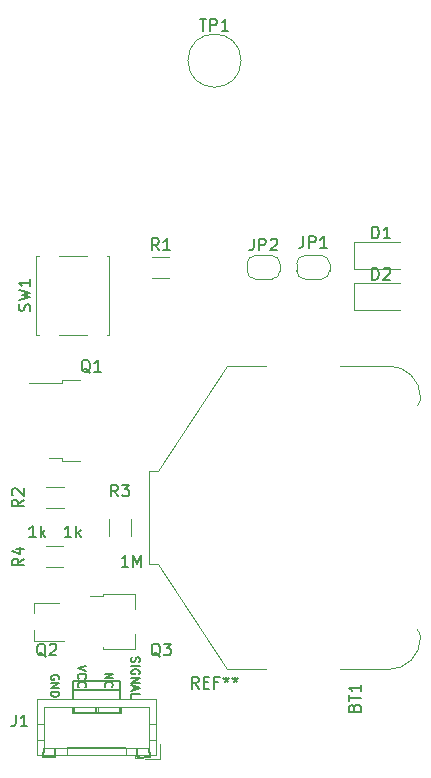
<source format=gbr>
G04 #@! TF.GenerationSoftware,KiCad,Pcbnew,7.0.0-da2b9df05c~163~ubuntu22.04.1*
G04 #@! TF.CreationDate,2023-02-22T18:49:52+09:00*
G04 #@! TF.ProjectId,staticdetector,73746174-6963-4646-9574-6563746f722e,rev?*
G04 #@! TF.SameCoordinates,Original*
G04 #@! TF.FileFunction,Legend,Top*
G04 #@! TF.FilePolarity,Positive*
%FSLAX46Y46*%
G04 Gerber Fmt 4.6, Leading zero omitted, Abs format (unit mm)*
G04 Created by KiCad (PCBNEW 7.0.0-da2b9df05c~163~ubuntu22.04.1) date 2023-02-22 18:49:52*
%MOMM*%
%LPD*%
G01*
G04 APERTURE LIST*
%ADD10C,0.150000*%
%ADD11C,0.120000*%
G04 APERTURE END LIST*
D10*
X122989666Y-110533333D02*
X122956333Y-110633333D01*
X122956333Y-110633333D02*
X122956333Y-110800000D01*
X122956333Y-110800000D02*
X122989666Y-110866666D01*
X122989666Y-110866666D02*
X123023000Y-110900000D01*
X123023000Y-110900000D02*
X123089666Y-110933333D01*
X123089666Y-110933333D02*
X123156333Y-110933333D01*
X123156333Y-110933333D02*
X123223000Y-110900000D01*
X123223000Y-110900000D02*
X123256333Y-110866666D01*
X123256333Y-110866666D02*
X123289666Y-110800000D01*
X123289666Y-110800000D02*
X123323000Y-110666666D01*
X123323000Y-110666666D02*
X123356333Y-110600000D01*
X123356333Y-110600000D02*
X123389666Y-110566666D01*
X123389666Y-110566666D02*
X123456333Y-110533333D01*
X123456333Y-110533333D02*
X123523000Y-110533333D01*
X123523000Y-110533333D02*
X123589666Y-110566666D01*
X123589666Y-110566666D02*
X123623000Y-110600000D01*
X123623000Y-110600000D02*
X123656333Y-110666666D01*
X123656333Y-110666666D02*
X123656333Y-110833333D01*
X123656333Y-110833333D02*
X123623000Y-110933333D01*
X122956333Y-111233333D02*
X123656333Y-111233333D01*
X123623000Y-111933333D02*
X123656333Y-111866666D01*
X123656333Y-111866666D02*
X123656333Y-111766666D01*
X123656333Y-111766666D02*
X123623000Y-111666666D01*
X123623000Y-111666666D02*
X123556333Y-111600000D01*
X123556333Y-111600000D02*
X123489666Y-111566666D01*
X123489666Y-111566666D02*
X123356333Y-111533333D01*
X123356333Y-111533333D02*
X123256333Y-111533333D01*
X123256333Y-111533333D02*
X123123000Y-111566666D01*
X123123000Y-111566666D02*
X123056333Y-111600000D01*
X123056333Y-111600000D02*
X122989666Y-111666666D01*
X122989666Y-111666666D02*
X122956333Y-111766666D01*
X122956333Y-111766666D02*
X122956333Y-111833333D01*
X122956333Y-111833333D02*
X122989666Y-111933333D01*
X122989666Y-111933333D02*
X123023000Y-111966666D01*
X123023000Y-111966666D02*
X123256333Y-111966666D01*
X123256333Y-111966666D02*
X123256333Y-111833333D01*
X122956333Y-112266666D02*
X123656333Y-112266666D01*
X123656333Y-112266666D02*
X122956333Y-112666666D01*
X122956333Y-112666666D02*
X123656333Y-112666666D01*
X123156333Y-112966666D02*
X123156333Y-113299999D01*
X122956333Y-112899999D02*
X123656333Y-113133333D01*
X123656333Y-113133333D02*
X122956333Y-113366666D01*
X122956333Y-113933333D02*
X122956333Y-113599999D01*
X122956333Y-113599999D02*
X123656333Y-113599999D01*
X120688333Y-111893333D02*
X121388333Y-111893333D01*
X121388333Y-111893333D02*
X120688333Y-112293333D01*
X120688333Y-112293333D02*
X121388333Y-112293333D01*
X120755000Y-113026666D02*
X120721666Y-112993333D01*
X120721666Y-112993333D02*
X120688333Y-112893333D01*
X120688333Y-112893333D02*
X120688333Y-112826666D01*
X120688333Y-112826666D02*
X120721666Y-112726666D01*
X120721666Y-112726666D02*
X120788333Y-112660000D01*
X120788333Y-112660000D02*
X120855000Y-112626666D01*
X120855000Y-112626666D02*
X120988333Y-112593333D01*
X120988333Y-112593333D02*
X121088333Y-112593333D01*
X121088333Y-112593333D02*
X121221666Y-112626666D01*
X121221666Y-112626666D02*
X121288333Y-112660000D01*
X121288333Y-112660000D02*
X121355000Y-112726666D01*
X121355000Y-112726666D02*
X121388333Y-112826666D01*
X121388333Y-112826666D02*
X121388333Y-112893333D01*
X121388333Y-112893333D02*
X121355000Y-112993333D01*
X121355000Y-112993333D02*
X121321666Y-113026666D01*
X119120333Y-111226666D02*
X118420333Y-111460000D01*
X118420333Y-111460000D02*
X119120333Y-111693333D01*
X118487000Y-112326666D02*
X118453666Y-112293333D01*
X118453666Y-112293333D02*
X118420333Y-112193333D01*
X118420333Y-112193333D02*
X118420333Y-112126666D01*
X118420333Y-112126666D02*
X118453666Y-112026666D01*
X118453666Y-112026666D02*
X118520333Y-111960000D01*
X118520333Y-111960000D02*
X118587000Y-111926666D01*
X118587000Y-111926666D02*
X118720333Y-111893333D01*
X118720333Y-111893333D02*
X118820333Y-111893333D01*
X118820333Y-111893333D02*
X118953666Y-111926666D01*
X118953666Y-111926666D02*
X119020333Y-111960000D01*
X119020333Y-111960000D02*
X119087000Y-112026666D01*
X119087000Y-112026666D02*
X119120333Y-112126666D01*
X119120333Y-112126666D02*
X119120333Y-112193333D01*
X119120333Y-112193333D02*
X119087000Y-112293333D01*
X119087000Y-112293333D02*
X119053666Y-112326666D01*
X118487000Y-113026666D02*
X118453666Y-112993333D01*
X118453666Y-112993333D02*
X118420333Y-112893333D01*
X118420333Y-112893333D02*
X118420333Y-112826666D01*
X118420333Y-112826666D02*
X118453666Y-112726666D01*
X118453666Y-112726666D02*
X118520333Y-112660000D01*
X118520333Y-112660000D02*
X118587000Y-112626666D01*
X118587000Y-112626666D02*
X118720333Y-112593333D01*
X118720333Y-112593333D02*
X118820333Y-112593333D01*
X118820333Y-112593333D02*
X118953666Y-112626666D01*
X118953666Y-112626666D02*
X119020333Y-112660000D01*
X119020333Y-112660000D02*
X119087000Y-112726666D01*
X119087000Y-112726666D02*
X119120333Y-112826666D01*
X119120333Y-112826666D02*
X119120333Y-112893333D01*
X119120333Y-112893333D02*
X119087000Y-112993333D01*
X119087000Y-112993333D02*
X119053666Y-113026666D01*
X116819000Y-112400000D02*
X116852333Y-112333333D01*
X116852333Y-112333333D02*
X116852333Y-112233333D01*
X116852333Y-112233333D02*
X116819000Y-112133333D01*
X116819000Y-112133333D02*
X116752333Y-112066667D01*
X116752333Y-112066667D02*
X116685666Y-112033333D01*
X116685666Y-112033333D02*
X116552333Y-112000000D01*
X116552333Y-112000000D02*
X116452333Y-112000000D01*
X116452333Y-112000000D02*
X116319000Y-112033333D01*
X116319000Y-112033333D02*
X116252333Y-112066667D01*
X116252333Y-112066667D02*
X116185666Y-112133333D01*
X116185666Y-112133333D02*
X116152333Y-112233333D01*
X116152333Y-112233333D02*
X116152333Y-112300000D01*
X116152333Y-112300000D02*
X116185666Y-112400000D01*
X116185666Y-112400000D02*
X116219000Y-112433333D01*
X116219000Y-112433333D02*
X116452333Y-112433333D01*
X116452333Y-112433333D02*
X116452333Y-112300000D01*
X116152333Y-112733333D02*
X116852333Y-112733333D01*
X116852333Y-112733333D02*
X116152333Y-113133333D01*
X116152333Y-113133333D02*
X116852333Y-113133333D01*
X116152333Y-113466666D02*
X116852333Y-113466666D01*
X116852333Y-113466666D02*
X116852333Y-113633333D01*
X116852333Y-113633333D02*
X116819000Y-113733333D01*
X116819000Y-113733333D02*
X116752333Y-113800000D01*
X116752333Y-113800000D02*
X116685666Y-113833333D01*
X116685666Y-113833333D02*
X116552333Y-113866666D01*
X116552333Y-113866666D02*
X116452333Y-113866666D01*
X116452333Y-113866666D02*
X116319000Y-113833333D01*
X116319000Y-113833333D02*
X116252333Y-113800000D01*
X116252333Y-113800000D02*
X116185666Y-113733333D01*
X116185666Y-113733333D02*
X116152333Y-113633333D01*
X116152333Y-113633333D02*
X116152333Y-113466666D01*
X124500000Y-119000000D02*
X123450000Y-119010000D01*
X124450000Y-118200000D02*
X124500000Y-119000000D01*
X123475000Y-118200000D02*
X123450000Y-118910000D01*
X115500000Y-119000000D02*
X115550000Y-118200000D01*
X116500000Y-119000000D02*
X115500000Y-119000000D01*
X116525000Y-118200000D02*
X116500000Y-119000000D01*
X118100000Y-115200000D02*
X121900000Y-115200000D01*
X118000000Y-113250000D02*
X122000000Y-113250000D01*
X122000000Y-112500000D02*
X122000000Y-114000000D01*
X118000000Y-112500000D02*
X122000000Y-112500000D01*
X118000000Y-114000000D02*
X118000000Y-112500000D01*
X117500000Y-118200000D02*
X122500000Y-118200000D01*
X128666666Y-113167380D02*
X128333333Y-112691190D01*
X128095238Y-113167380D02*
X128095238Y-112167380D01*
X128095238Y-112167380D02*
X128476190Y-112167380D01*
X128476190Y-112167380D02*
X128571428Y-112215000D01*
X128571428Y-112215000D02*
X128619047Y-112262619D01*
X128619047Y-112262619D02*
X128666666Y-112357857D01*
X128666666Y-112357857D02*
X128666666Y-112500714D01*
X128666666Y-112500714D02*
X128619047Y-112595952D01*
X128619047Y-112595952D02*
X128571428Y-112643571D01*
X128571428Y-112643571D02*
X128476190Y-112691190D01*
X128476190Y-112691190D02*
X128095238Y-112691190D01*
X129095238Y-112643571D02*
X129428571Y-112643571D01*
X129571428Y-113167380D02*
X129095238Y-113167380D01*
X129095238Y-113167380D02*
X129095238Y-112167380D01*
X129095238Y-112167380D02*
X129571428Y-112167380D01*
X130333333Y-112643571D02*
X130000000Y-112643571D01*
X130000000Y-113167380D02*
X130000000Y-112167380D01*
X130000000Y-112167380D02*
X130476190Y-112167380D01*
X131000000Y-112167380D02*
X131000000Y-112405476D01*
X130761905Y-112310238D02*
X131000000Y-112405476D01*
X131000000Y-112405476D02*
X131238095Y-112310238D01*
X130857143Y-112595952D02*
X131000000Y-112405476D01*
X131000000Y-112405476D02*
X131142857Y-112595952D01*
X131761905Y-112167380D02*
X131761905Y-112405476D01*
X131523810Y-112310238D02*
X131761905Y-112405476D01*
X131761905Y-112405476D02*
X132000000Y-112310238D01*
X131619048Y-112595952D02*
X131761905Y-112405476D01*
X131761905Y-112405476D02*
X131904762Y-112595952D01*
X143361905Y-75047380D02*
X143361905Y-74047380D01*
X143361905Y-74047380D02*
X143600000Y-74047380D01*
X143600000Y-74047380D02*
X143742857Y-74095000D01*
X143742857Y-74095000D02*
X143838095Y-74190238D01*
X143838095Y-74190238D02*
X143885714Y-74285476D01*
X143885714Y-74285476D02*
X143933333Y-74475952D01*
X143933333Y-74475952D02*
X143933333Y-74618809D01*
X143933333Y-74618809D02*
X143885714Y-74809285D01*
X143885714Y-74809285D02*
X143838095Y-74904523D01*
X143838095Y-74904523D02*
X143742857Y-74999761D01*
X143742857Y-74999761D02*
X143600000Y-75047380D01*
X143600000Y-75047380D02*
X143361905Y-75047380D01*
X144885714Y-75047380D02*
X144314286Y-75047380D01*
X144600000Y-75047380D02*
X144600000Y-74047380D01*
X144600000Y-74047380D02*
X144504762Y-74190238D01*
X144504762Y-74190238D02*
X144409524Y-74285476D01*
X144409524Y-74285476D02*
X144314286Y-74333095D01*
X115704761Y-110462619D02*
X115609523Y-110415000D01*
X115609523Y-110415000D02*
X115514285Y-110319761D01*
X115514285Y-110319761D02*
X115371428Y-110176904D01*
X115371428Y-110176904D02*
X115276190Y-110129285D01*
X115276190Y-110129285D02*
X115180952Y-110129285D01*
X115228571Y-110367380D02*
X115133333Y-110319761D01*
X115133333Y-110319761D02*
X115038095Y-110224523D01*
X115038095Y-110224523D02*
X114990476Y-110034047D01*
X114990476Y-110034047D02*
X114990476Y-109700714D01*
X114990476Y-109700714D02*
X115038095Y-109510238D01*
X115038095Y-109510238D02*
X115133333Y-109415000D01*
X115133333Y-109415000D02*
X115228571Y-109367380D01*
X115228571Y-109367380D02*
X115419047Y-109367380D01*
X115419047Y-109367380D02*
X115514285Y-109415000D01*
X115514285Y-109415000D02*
X115609523Y-109510238D01*
X115609523Y-109510238D02*
X115657142Y-109700714D01*
X115657142Y-109700714D02*
X115657142Y-110034047D01*
X115657142Y-110034047D02*
X115609523Y-110224523D01*
X115609523Y-110224523D02*
X115514285Y-110319761D01*
X115514285Y-110319761D02*
X115419047Y-110367380D01*
X115419047Y-110367380D02*
X115228571Y-110367380D01*
X116038095Y-109462619D02*
X116085714Y-109415000D01*
X116085714Y-109415000D02*
X116180952Y-109367380D01*
X116180952Y-109367380D02*
X116419047Y-109367380D01*
X116419047Y-109367380D02*
X116514285Y-109415000D01*
X116514285Y-109415000D02*
X116561904Y-109462619D01*
X116561904Y-109462619D02*
X116609523Y-109557857D01*
X116609523Y-109557857D02*
X116609523Y-109653095D01*
X116609523Y-109653095D02*
X116561904Y-109795952D01*
X116561904Y-109795952D02*
X115990476Y-110367380D01*
X115990476Y-110367380D02*
X116609523Y-110367380D01*
X125404761Y-110462619D02*
X125309523Y-110415000D01*
X125309523Y-110415000D02*
X125214285Y-110319761D01*
X125214285Y-110319761D02*
X125071428Y-110176904D01*
X125071428Y-110176904D02*
X124976190Y-110129285D01*
X124976190Y-110129285D02*
X124880952Y-110129285D01*
X124928571Y-110367380D02*
X124833333Y-110319761D01*
X124833333Y-110319761D02*
X124738095Y-110224523D01*
X124738095Y-110224523D02*
X124690476Y-110034047D01*
X124690476Y-110034047D02*
X124690476Y-109700714D01*
X124690476Y-109700714D02*
X124738095Y-109510238D01*
X124738095Y-109510238D02*
X124833333Y-109415000D01*
X124833333Y-109415000D02*
X124928571Y-109367380D01*
X124928571Y-109367380D02*
X125119047Y-109367380D01*
X125119047Y-109367380D02*
X125214285Y-109415000D01*
X125214285Y-109415000D02*
X125309523Y-109510238D01*
X125309523Y-109510238D02*
X125357142Y-109700714D01*
X125357142Y-109700714D02*
X125357142Y-110034047D01*
X125357142Y-110034047D02*
X125309523Y-110224523D01*
X125309523Y-110224523D02*
X125214285Y-110319761D01*
X125214285Y-110319761D02*
X125119047Y-110367380D01*
X125119047Y-110367380D02*
X124928571Y-110367380D01*
X125690476Y-109367380D02*
X126309523Y-109367380D01*
X126309523Y-109367380D02*
X125976190Y-109748333D01*
X125976190Y-109748333D02*
X126119047Y-109748333D01*
X126119047Y-109748333D02*
X126214285Y-109795952D01*
X126214285Y-109795952D02*
X126261904Y-109843571D01*
X126261904Y-109843571D02*
X126309523Y-109938809D01*
X126309523Y-109938809D02*
X126309523Y-110176904D01*
X126309523Y-110176904D02*
X126261904Y-110272142D01*
X126261904Y-110272142D02*
X126214285Y-110319761D01*
X126214285Y-110319761D02*
X126119047Y-110367380D01*
X126119047Y-110367380D02*
X125833333Y-110367380D01*
X125833333Y-110367380D02*
X125738095Y-110319761D01*
X125738095Y-110319761D02*
X125690476Y-110272142D01*
X114369761Y-81183332D02*
X114417380Y-81040475D01*
X114417380Y-81040475D02*
X114417380Y-80802380D01*
X114417380Y-80802380D02*
X114369761Y-80707142D01*
X114369761Y-80707142D02*
X114322142Y-80659523D01*
X114322142Y-80659523D02*
X114226904Y-80611904D01*
X114226904Y-80611904D02*
X114131666Y-80611904D01*
X114131666Y-80611904D02*
X114036428Y-80659523D01*
X114036428Y-80659523D02*
X113988809Y-80707142D01*
X113988809Y-80707142D02*
X113941190Y-80802380D01*
X113941190Y-80802380D02*
X113893571Y-80992856D01*
X113893571Y-80992856D02*
X113845952Y-81088094D01*
X113845952Y-81088094D02*
X113798333Y-81135713D01*
X113798333Y-81135713D02*
X113703095Y-81183332D01*
X113703095Y-81183332D02*
X113607857Y-81183332D01*
X113607857Y-81183332D02*
X113512619Y-81135713D01*
X113512619Y-81135713D02*
X113465000Y-81088094D01*
X113465000Y-81088094D02*
X113417380Y-80992856D01*
X113417380Y-80992856D02*
X113417380Y-80754761D01*
X113417380Y-80754761D02*
X113465000Y-80611904D01*
X113417380Y-80278570D02*
X114417380Y-80040475D01*
X114417380Y-80040475D02*
X113703095Y-79849999D01*
X113703095Y-79849999D02*
X114417380Y-79659523D01*
X114417380Y-79659523D02*
X113417380Y-79421428D01*
X114417380Y-78516666D02*
X114417380Y-79088094D01*
X114417380Y-78802380D02*
X113417380Y-78802380D01*
X113417380Y-78802380D02*
X113560238Y-78897618D01*
X113560238Y-78897618D02*
X113655476Y-78992856D01*
X113655476Y-78992856D02*
X113703095Y-79088094D01*
X128738095Y-56469380D02*
X129309523Y-56469380D01*
X129023809Y-57469380D02*
X129023809Y-56469380D01*
X129642857Y-57469380D02*
X129642857Y-56469380D01*
X129642857Y-56469380D02*
X130023809Y-56469380D01*
X130023809Y-56469380D02*
X130119047Y-56517000D01*
X130119047Y-56517000D02*
X130166666Y-56564619D01*
X130166666Y-56564619D02*
X130214285Y-56659857D01*
X130214285Y-56659857D02*
X130214285Y-56802714D01*
X130214285Y-56802714D02*
X130166666Y-56897952D01*
X130166666Y-56897952D02*
X130119047Y-56945571D01*
X130119047Y-56945571D02*
X130023809Y-56993190D01*
X130023809Y-56993190D02*
X129642857Y-56993190D01*
X131166666Y-57469380D02*
X130595238Y-57469380D01*
X130880952Y-57469380D02*
X130880952Y-56469380D01*
X130880952Y-56469380D02*
X130785714Y-56612238D01*
X130785714Y-56612238D02*
X130690476Y-56707476D01*
X130690476Y-56707476D02*
X130595238Y-56755095D01*
X137516666Y-74867380D02*
X137516666Y-75581666D01*
X137516666Y-75581666D02*
X137469047Y-75724523D01*
X137469047Y-75724523D02*
X137373809Y-75819761D01*
X137373809Y-75819761D02*
X137230952Y-75867380D01*
X137230952Y-75867380D02*
X137135714Y-75867380D01*
X137992857Y-75867380D02*
X137992857Y-74867380D01*
X137992857Y-74867380D02*
X138373809Y-74867380D01*
X138373809Y-74867380D02*
X138469047Y-74915000D01*
X138469047Y-74915000D02*
X138516666Y-74962619D01*
X138516666Y-74962619D02*
X138564285Y-75057857D01*
X138564285Y-75057857D02*
X138564285Y-75200714D01*
X138564285Y-75200714D02*
X138516666Y-75295952D01*
X138516666Y-75295952D02*
X138469047Y-75343571D01*
X138469047Y-75343571D02*
X138373809Y-75391190D01*
X138373809Y-75391190D02*
X137992857Y-75391190D01*
X139516666Y-75867380D02*
X138945238Y-75867380D01*
X139230952Y-75867380D02*
X139230952Y-74867380D01*
X139230952Y-74867380D02*
X139135714Y-75010238D01*
X139135714Y-75010238D02*
X139040476Y-75105476D01*
X139040476Y-75105476D02*
X138945238Y-75153095D01*
X143361905Y-78547380D02*
X143361905Y-77547380D01*
X143361905Y-77547380D02*
X143600000Y-77547380D01*
X143600000Y-77547380D02*
X143742857Y-77595000D01*
X143742857Y-77595000D02*
X143838095Y-77690238D01*
X143838095Y-77690238D02*
X143885714Y-77785476D01*
X143885714Y-77785476D02*
X143933333Y-77975952D01*
X143933333Y-77975952D02*
X143933333Y-78118809D01*
X143933333Y-78118809D02*
X143885714Y-78309285D01*
X143885714Y-78309285D02*
X143838095Y-78404523D01*
X143838095Y-78404523D02*
X143742857Y-78499761D01*
X143742857Y-78499761D02*
X143600000Y-78547380D01*
X143600000Y-78547380D02*
X143361905Y-78547380D01*
X144314286Y-77642619D02*
X144361905Y-77595000D01*
X144361905Y-77595000D02*
X144457143Y-77547380D01*
X144457143Y-77547380D02*
X144695238Y-77547380D01*
X144695238Y-77547380D02*
X144790476Y-77595000D01*
X144790476Y-77595000D02*
X144838095Y-77642619D01*
X144838095Y-77642619D02*
X144885714Y-77737857D01*
X144885714Y-77737857D02*
X144885714Y-77833095D01*
X144885714Y-77833095D02*
X144838095Y-77975952D01*
X144838095Y-77975952D02*
X144266667Y-78547380D01*
X144266667Y-78547380D02*
X144885714Y-78547380D01*
X119479761Y-86437619D02*
X119384523Y-86390000D01*
X119384523Y-86390000D02*
X119289285Y-86294761D01*
X119289285Y-86294761D02*
X119146428Y-86151904D01*
X119146428Y-86151904D02*
X119051190Y-86104285D01*
X119051190Y-86104285D02*
X118955952Y-86104285D01*
X119003571Y-86342380D02*
X118908333Y-86294761D01*
X118908333Y-86294761D02*
X118813095Y-86199523D01*
X118813095Y-86199523D02*
X118765476Y-86009047D01*
X118765476Y-86009047D02*
X118765476Y-85675714D01*
X118765476Y-85675714D02*
X118813095Y-85485238D01*
X118813095Y-85485238D02*
X118908333Y-85390000D01*
X118908333Y-85390000D02*
X119003571Y-85342380D01*
X119003571Y-85342380D02*
X119194047Y-85342380D01*
X119194047Y-85342380D02*
X119289285Y-85390000D01*
X119289285Y-85390000D02*
X119384523Y-85485238D01*
X119384523Y-85485238D02*
X119432142Y-85675714D01*
X119432142Y-85675714D02*
X119432142Y-86009047D01*
X119432142Y-86009047D02*
X119384523Y-86199523D01*
X119384523Y-86199523D02*
X119289285Y-86294761D01*
X119289285Y-86294761D02*
X119194047Y-86342380D01*
X119194047Y-86342380D02*
X119003571Y-86342380D01*
X120384523Y-86342380D02*
X119813095Y-86342380D01*
X120098809Y-86342380D02*
X120098809Y-85342380D01*
X120098809Y-85342380D02*
X120003571Y-85485238D01*
X120003571Y-85485238D02*
X119908333Y-85580476D01*
X119908333Y-85580476D02*
X119813095Y-85628095D01*
X133316666Y-75067380D02*
X133316666Y-75781666D01*
X133316666Y-75781666D02*
X133269047Y-75924523D01*
X133269047Y-75924523D02*
X133173809Y-76019761D01*
X133173809Y-76019761D02*
X133030952Y-76067380D01*
X133030952Y-76067380D02*
X132935714Y-76067380D01*
X133792857Y-76067380D02*
X133792857Y-75067380D01*
X133792857Y-75067380D02*
X134173809Y-75067380D01*
X134173809Y-75067380D02*
X134269047Y-75115000D01*
X134269047Y-75115000D02*
X134316666Y-75162619D01*
X134316666Y-75162619D02*
X134364285Y-75257857D01*
X134364285Y-75257857D02*
X134364285Y-75400714D01*
X134364285Y-75400714D02*
X134316666Y-75495952D01*
X134316666Y-75495952D02*
X134269047Y-75543571D01*
X134269047Y-75543571D02*
X134173809Y-75591190D01*
X134173809Y-75591190D02*
X133792857Y-75591190D01*
X134745238Y-75162619D02*
X134792857Y-75115000D01*
X134792857Y-75115000D02*
X134888095Y-75067380D01*
X134888095Y-75067380D02*
X135126190Y-75067380D01*
X135126190Y-75067380D02*
X135221428Y-75115000D01*
X135221428Y-75115000D02*
X135269047Y-75162619D01*
X135269047Y-75162619D02*
X135316666Y-75257857D01*
X135316666Y-75257857D02*
X135316666Y-75353095D01*
X135316666Y-75353095D02*
X135269047Y-75495952D01*
X135269047Y-75495952D02*
X134697619Y-76067380D01*
X134697619Y-76067380D02*
X135316666Y-76067380D01*
X113166666Y-115367380D02*
X113166666Y-116081666D01*
X113166666Y-116081666D02*
X113119047Y-116224523D01*
X113119047Y-116224523D02*
X113023809Y-116319761D01*
X113023809Y-116319761D02*
X112880952Y-116367380D01*
X112880952Y-116367380D02*
X112785714Y-116367380D01*
X114166666Y-116367380D02*
X113595238Y-116367380D01*
X113880952Y-116367380D02*
X113880952Y-115367380D01*
X113880952Y-115367380D02*
X113785714Y-115510238D01*
X113785714Y-115510238D02*
X113690476Y-115605476D01*
X113690476Y-115605476D02*
X113595238Y-115653095D01*
X121833333Y-96904880D02*
X121500000Y-96428690D01*
X121261905Y-96904880D02*
X121261905Y-95904880D01*
X121261905Y-95904880D02*
X121642857Y-95904880D01*
X121642857Y-95904880D02*
X121738095Y-95952500D01*
X121738095Y-95952500D02*
X121785714Y-96000119D01*
X121785714Y-96000119D02*
X121833333Y-96095357D01*
X121833333Y-96095357D02*
X121833333Y-96238214D01*
X121833333Y-96238214D02*
X121785714Y-96333452D01*
X121785714Y-96333452D02*
X121738095Y-96381071D01*
X121738095Y-96381071D02*
X121642857Y-96428690D01*
X121642857Y-96428690D02*
X121261905Y-96428690D01*
X122166667Y-95904880D02*
X122785714Y-95904880D01*
X122785714Y-95904880D02*
X122452381Y-96285833D01*
X122452381Y-96285833D02*
X122595238Y-96285833D01*
X122595238Y-96285833D02*
X122690476Y-96333452D01*
X122690476Y-96333452D02*
X122738095Y-96381071D01*
X122738095Y-96381071D02*
X122785714Y-96476309D01*
X122785714Y-96476309D02*
X122785714Y-96714404D01*
X122785714Y-96714404D02*
X122738095Y-96809642D01*
X122738095Y-96809642D02*
X122690476Y-96857261D01*
X122690476Y-96857261D02*
X122595238Y-96904880D01*
X122595238Y-96904880D02*
X122309524Y-96904880D01*
X122309524Y-96904880D02*
X122214286Y-96857261D01*
X122214286Y-96857261D02*
X122166667Y-96809642D01*
X122714285Y-102867380D02*
X122142857Y-102867380D01*
X122428571Y-102867380D02*
X122428571Y-101867380D01*
X122428571Y-101867380D02*
X122333333Y-102010238D01*
X122333333Y-102010238D02*
X122238095Y-102105476D01*
X122238095Y-102105476D02*
X122142857Y-102153095D01*
X123142857Y-102867380D02*
X123142857Y-101867380D01*
X123142857Y-101867380D02*
X123476190Y-102581666D01*
X123476190Y-102581666D02*
X123809523Y-101867380D01*
X123809523Y-101867380D02*
X123809523Y-102867380D01*
X113829880Y-97166666D02*
X113353690Y-97499999D01*
X113829880Y-97738094D02*
X112829880Y-97738094D01*
X112829880Y-97738094D02*
X112829880Y-97357142D01*
X112829880Y-97357142D02*
X112877500Y-97261904D01*
X112877500Y-97261904D02*
X112925119Y-97214285D01*
X112925119Y-97214285D02*
X113020357Y-97166666D01*
X113020357Y-97166666D02*
X113163214Y-97166666D01*
X113163214Y-97166666D02*
X113258452Y-97214285D01*
X113258452Y-97214285D02*
X113306071Y-97261904D01*
X113306071Y-97261904D02*
X113353690Y-97357142D01*
X113353690Y-97357142D02*
X113353690Y-97738094D01*
X112925119Y-96785713D02*
X112877500Y-96738094D01*
X112877500Y-96738094D02*
X112829880Y-96642856D01*
X112829880Y-96642856D02*
X112829880Y-96404761D01*
X112829880Y-96404761D02*
X112877500Y-96309523D01*
X112877500Y-96309523D02*
X112925119Y-96261904D01*
X112925119Y-96261904D02*
X113020357Y-96214285D01*
X113020357Y-96214285D02*
X113115595Y-96214285D01*
X113115595Y-96214285D02*
X113258452Y-96261904D01*
X113258452Y-96261904D02*
X113829880Y-96833332D01*
X113829880Y-96833332D02*
X113829880Y-96214285D01*
X117880952Y-100367380D02*
X117309524Y-100367380D01*
X117595238Y-100367380D02*
X117595238Y-99367380D01*
X117595238Y-99367380D02*
X117500000Y-99510238D01*
X117500000Y-99510238D02*
X117404762Y-99605476D01*
X117404762Y-99605476D02*
X117309524Y-99653095D01*
X118309524Y-100367380D02*
X118309524Y-99367380D01*
X118404762Y-99986428D02*
X118690476Y-100367380D01*
X118690476Y-99700714D02*
X118309524Y-100081666D01*
X113867380Y-102166666D02*
X113391190Y-102499999D01*
X113867380Y-102738094D02*
X112867380Y-102738094D01*
X112867380Y-102738094D02*
X112867380Y-102357142D01*
X112867380Y-102357142D02*
X112915000Y-102261904D01*
X112915000Y-102261904D02*
X112962619Y-102214285D01*
X112962619Y-102214285D02*
X113057857Y-102166666D01*
X113057857Y-102166666D02*
X113200714Y-102166666D01*
X113200714Y-102166666D02*
X113295952Y-102214285D01*
X113295952Y-102214285D02*
X113343571Y-102261904D01*
X113343571Y-102261904D02*
X113391190Y-102357142D01*
X113391190Y-102357142D02*
X113391190Y-102738094D01*
X113200714Y-101309523D02*
X113867380Y-101309523D01*
X112819761Y-101547618D02*
X113534047Y-101785713D01*
X113534047Y-101785713D02*
X113534047Y-101166666D01*
X114880952Y-100367380D02*
X114309524Y-100367380D01*
X114595238Y-100367380D02*
X114595238Y-99367380D01*
X114595238Y-99367380D02*
X114500000Y-99510238D01*
X114500000Y-99510238D02*
X114404762Y-99605476D01*
X114404762Y-99605476D02*
X114309524Y-99653095D01*
X115309524Y-100367380D02*
X115309524Y-99367380D01*
X115404762Y-99986428D02*
X115690476Y-100367380D01*
X115690476Y-99700714D02*
X115309524Y-100081666D01*
X125295833Y-76047380D02*
X124962500Y-75571190D01*
X124724405Y-76047380D02*
X124724405Y-75047380D01*
X124724405Y-75047380D02*
X125105357Y-75047380D01*
X125105357Y-75047380D02*
X125200595Y-75095000D01*
X125200595Y-75095000D02*
X125248214Y-75142619D01*
X125248214Y-75142619D02*
X125295833Y-75237857D01*
X125295833Y-75237857D02*
X125295833Y-75380714D01*
X125295833Y-75380714D02*
X125248214Y-75475952D01*
X125248214Y-75475952D02*
X125200595Y-75523571D01*
X125200595Y-75523571D02*
X125105357Y-75571190D01*
X125105357Y-75571190D02*
X124724405Y-75571190D01*
X126248214Y-76047380D02*
X125676786Y-76047380D01*
X125962500Y-76047380D02*
X125962500Y-75047380D01*
X125962500Y-75047380D02*
X125867262Y-75190238D01*
X125867262Y-75190238D02*
X125772024Y-75285476D01*
X125772024Y-75285476D02*
X125676786Y-75333095D01*
X141843571Y-114785714D02*
X141891190Y-114642857D01*
X141891190Y-114642857D02*
X141938809Y-114595238D01*
X141938809Y-114595238D02*
X142034047Y-114547619D01*
X142034047Y-114547619D02*
X142176904Y-114547619D01*
X142176904Y-114547619D02*
X142272142Y-114595238D01*
X142272142Y-114595238D02*
X142319761Y-114642857D01*
X142319761Y-114642857D02*
X142367380Y-114738095D01*
X142367380Y-114738095D02*
X142367380Y-115119047D01*
X142367380Y-115119047D02*
X141367380Y-115119047D01*
X141367380Y-115119047D02*
X141367380Y-114785714D01*
X141367380Y-114785714D02*
X141415000Y-114690476D01*
X141415000Y-114690476D02*
X141462619Y-114642857D01*
X141462619Y-114642857D02*
X141557857Y-114595238D01*
X141557857Y-114595238D02*
X141653095Y-114595238D01*
X141653095Y-114595238D02*
X141748333Y-114642857D01*
X141748333Y-114642857D02*
X141795952Y-114690476D01*
X141795952Y-114690476D02*
X141843571Y-114785714D01*
X141843571Y-114785714D02*
X141843571Y-115119047D01*
X141367380Y-114261904D02*
X141367380Y-113690476D01*
X142367380Y-113976190D02*
X141367380Y-113976190D01*
X142367380Y-112833333D02*
X142367380Y-113404761D01*
X142367380Y-113119047D02*
X141367380Y-113119047D01*
X141367380Y-113119047D02*
X141510238Y-113214285D01*
X141510238Y-113214285D02*
X141605476Y-113309523D01*
X141605476Y-113309523D02*
X141653095Y-113404761D01*
D11*
X141815000Y-77635000D02*
X145700000Y-77635000D01*
X145700000Y-75365000D02*
X141815000Y-75365000D01*
X141815000Y-75365000D02*
X141815000Y-77635000D01*
X114725000Y-106800000D02*
X114725000Y-105890000D01*
X117300000Y-109110000D02*
X114725000Y-109110000D01*
X114725000Y-109110000D02*
X114725000Y-108200000D01*
X116875000Y-105890000D02*
X114725000Y-105890000D01*
X123310000Y-109860000D02*
X120590000Y-109860000D01*
X120590000Y-109860000D02*
X120590000Y-109630000D01*
X119450000Y-105370000D02*
X120590000Y-105370000D01*
X123310000Y-108550000D02*
X123310000Y-109860000D01*
X120590000Y-105140000D02*
X120590000Y-105370000D01*
X120590000Y-105140000D02*
X123310000Y-105140000D01*
X123310000Y-105140000D02*
X123310000Y-106450000D01*
X121100000Y-76550000D02*
X120900000Y-76550000D01*
X114900000Y-83250000D02*
X115100000Y-83250000D01*
X121100000Y-83250000D02*
X121100000Y-76550000D01*
X116800000Y-83250000D02*
X119200000Y-83250000D01*
X116800000Y-76550000D02*
X119200000Y-76550000D01*
X114900000Y-76550000D02*
X114900000Y-83250000D01*
X114900000Y-76550000D02*
X115100000Y-76550000D01*
X121100000Y-83250000D02*
X120900000Y-83250000D01*
X132250000Y-60000000D02*
G75*
G03*
X132250000Y-60000000I-2250000J0D01*
G01*
X136950000Y-77800000D02*
G75*
G03*
X137650000Y-78500000I700000J0D01*
G01*
X137650000Y-76500000D02*
G75*
G03*
X136950000Y-77200000I0J-700000D01*
G01*
X139750000Y-77200000D02*
G75*
G03*
X139050000Y-76500000I-699999J1D01*
G01*
X139050000Y-78500000D02*
G75*
G03*
X139750000Y-77800000I1J699999D01*
G01*
X136950000Y-77800000D02*
X136950000Y-77200000D01*
X139750000Y-77200000D02*
X139750000Y-77800000D01*
X139050000Y-78500000D02*
X137650000Y-78500000D01*
X137650000Y-76500000D02*
X139050000Y-76500000D01*
X141815000Y-81135000D02*
X145700000Y-81135000D01*
X145700000Y-78865000D02*
X141815000Y-78865000D01*
X141815000Y-78865000D02*
X141815000Y-81135000D01*
X117105000Y-93925000D02*
X117105000Y-93655000D01*
X117105000Y-87025000D02*
X117105000Y-87295000D01*
X118605000Y-93925000D02*
X117105000Y-93925000D01*
X117105000Y-93655000D02*
X116005000Y-93655000D01*
X117105000Y-87295000D02*
X114275000Y-87295000D01*
X118605000Y-87025000D02*
X117105000Y-87025000D01*
X135550000Y-77200000D02*
G75*
G03*
X134850000Y-76500000I-700000J0D01*
G01*
X134850000Y-78500000D02*
G75*
G03*
X135550000Y-77800000I0J700000D01*
G01*
X132750000Y-77800000D02*
G75*
G03*
X133450000Y-78500000I699999J-1D01*
G01*
X133450000Y-76500000D02*
G75*
G03*
X132750000Y-77200000I-1J-699999D01*
G01*
X135550000Y-77200000D02*
X135550000Y-77800000D01*
X132750000Y-77800000D02*
X132750000Y-77200000D01*
X133450000Y-76500000D02*
X134850000Y-76500000D01*
X134850000Y-78500000D02*
X133450000Y-78500000D01*
X123300000Y-118810000D02*
X123300000Y-119010000D01*
X122100000Y-115200000D02*
X121900000Y-115200000D01*
X114940000Y-117500000D02*
X115550000Y-117500000D01*
X118000000Y-114700000D02*
X118000000Y-115200000D01*
X114940000Y-114090000D02*
X114940000Y-118810000D01*
X115550000Y-118200000D02*
X117500000Y-118200000D01*
X122100000Y-114700000D02*
X122100000Y-115200000D01*
X115550000Y-114700000D02*
X115550000Y-118200000D01*
X122500000Y-118200000D02*
X124450000Y-118200000D01*
X122000000Y-114700000D02*
X122000000Y-115200000D01*
X117900000Y-115200000D02*
X117900000Y-114700000D01*
X118100000Y-114700000D02*
X118100000Y-115200000D01*
X123300000Y-118910000D02*
X123600000Y-118910000D01*
X125060000Y-117500000D02*
X124450000Y-117500000D01*
X125060000Y-114090000D02*
X114940000Y-114090000D01*
X123600000Y-119010000D02*
X123600000Y-118810000D01*
X121900000Y-115200000D02*
X121900000Y-114700000D01*
X120100000Y-115200000D02*
X119900000Y-115200000D01*
X124450000Y-118200000D02*
X124450000Y-114700000D01*
X125060000Y-118810000D02*
X125060000Y-114090000D01*
X114940000Y-118810000D02*
X125060000Y-118810000D01*
X125060000Y-116200000D02*
X124450000Y-116200000D01*
X124110000Y-119110000D02*
X125360000Y-119110000D01*
X118100000Y-115200000D02*
X117900000Y-115200000D01*
X120000000Y-114700000D02*
X120000000Y-115200000D01*
X120100000Y-114700000D02*
X120100000Y-115200000D01*
X114940000Y-116200000D02*
X115550000Y-116200000D01*
X123300000Y-119010000D02*
X123600000Y-119010000D01*
X124450000Y-114700000D02*
X115550000Y-114700000D01*
X125360000Y-119110000D02*
X125360000Y-117860000D01*
X122500000Y-118810000D02*
X122500000Y-118200000D01*
X119900000Y-115200000D02*
X119900000Y-114700000D01*
X117500000Y-118200000D02*
X117500000Y-118810000D01*
X121090000Y-100227064D02*
X121090000Y-98772936D01*
X122910000Y-100227064D02*
X122910000Y-98772936D01*
X117227064Y-97910000D02*
X115772936Y-97910000D01*
X117227064Y-96090000D02*
X115772936Y-96090000D01*
X117189564Y-102910000D02*
X115735436Y-102910000D01*
X117189564Y-101090000D02*
X115735436Y-101090000D01*
X124735436Y-76590000D02*
X126189564Y-76590000D01*
X124735436Y-78410000D02*
X126189564Y-78410000D01*
X144750000Y-111550000D02*
G75*
G03*
X147450000Y-108850000I-1J2700001D01*
G01*
X147450000Y-88550000D02*
G75*
G03*
X144750000Y-85850000I-2700000J0D01*
G01*
X147171751Y-89221751D02*
G75*
G03*
X147450000Y-88550000I-671751J671751D01*
G01*
X147449999Y-108850000D02*
G75*
G03*
X147171750Y-108178250I-950002J-2D01*
G01*
X140600000Y-85850000D02*
X144800000Y-85850000D01*
X125250000Y-94750000D02*
X131100000Y-85850000D01*
X124450000Y-102650000D02*
X124450000Y-94750000D01*
X124450000Y-94750000D02*
X125250000Y-94750000D01*
X124450000Y-102650000D02*
X125250000Y-102650000D01*
X131100000Y-111550000D02*
X134400000Y-111550000D01*
X140600000Y-111550000D02*
X144800000Y-111550000D01*
X125250000Y-102650000D02*
X131100000Y-111550000D01*
X131100000Y-85850000D02*
X134400000Y-85850000D01*
M02*

</source>
